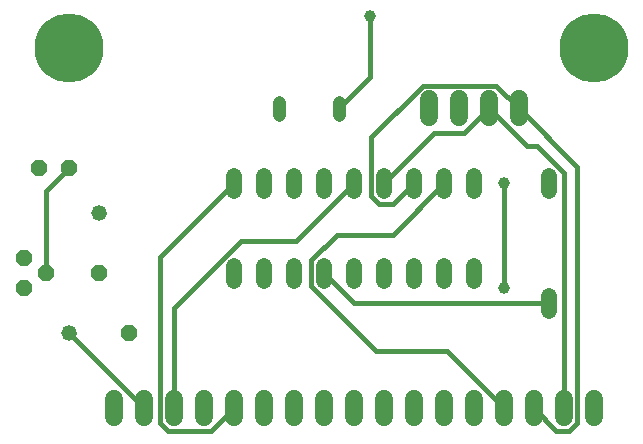
<source format=gbr>
G04 EAGLE Gerber RS-274X export*
G75*
%MOMM*%
%FSLAX34Y34*%
%LPD*%
%INBottom Copper*%
%IPPOS*%
%AMOC8*
5,1,8,0,0,1.08239X$1,22.5*%
G01*
%ADD10P,1.429621X8X22.500000*%
%ADD11P,1.429621X8X292.500000*%
%ADD12C,1.320800*%
%ADD13C,1.320800*%
%ADD14C,1.524000*%
%ADD15C,1.117600*%
%ADD16C,5.842000*%
%ADD17C,0.400000*%
%ADD18C,1.006400*%


D10*
X50800Y241300D03*
X76200Y241300D03*
D11*
X101600Y152400D03*
D12*
X101600Y203200D03*
D10*
X127000Y101600D03*
D12*
X76200Y101600D03*
D13*
X482600Y120396D02*
X482600Y133604D01*
X482600Y221996D02*
X482600Y235204D01*
X215900Y159004D02*
X215900Y145796D01*
X241300Y145796D02*
X241300Y159004D01*
X266700Y159004D02*
X266700Y145796D01*
X292100Y145796D02*
X292100Y159004D01*
X317500Y159004D02*
X317500Y145796D01*
X342900Y145796D02*
X342900Y159004D01*
X368300Y159004D02*
X368300Y145796D01*
X393700Y145796D02*
X393700Y159004D01*
X419100Y159004D02*
X419100Y145796D01*
X419100Y221996D02*
X419100Y235204D01*
X393700Y235204D02*
X393700Y221996D01*
X368300Y221996D02*
X368300Y235204D01*
X342900Y235204D02*
X342900Y221996D01*
X317500Y221996D02*
X317500Y235204D01*
X292100Y235204D02*
X292100Y221996D01*
X266700Y221996D02*
X266700Y235204D01*
X241300Y235204D02*
X241300Y221996D01*
X215900Y221996D02*
X215900Y235204D01*
D11*
X38100Y165100D03*
X57150Y152400D03*
X38100Y139700D03*
D14*
X457200Y284480D02*
X457200Y299720D01*
X431800Y299720D02*
X431800Y284480D01*
X406400Y284480D02*
X406400Y299720D01*
X381000Y299720D02*
X381000Y284480D01*
X520700Y45720D02*
X520700Y30480D01*
X495300Y30480D02*
X495300Y45720D01*
X469900Y45720D02*
X469900Y30480D01*
X444500Y30480D02*
X444500Y45720D01*
X419100Y45720D02*
X419100Y30480D01*
X393700Y30480D02*
X393700Y45720D01*
X368300Y45720D02*
X368300Y30480D01*
X342900Y30480D02*
X342900Y45720D01*
X317500Y45720D02*
X317500Y30480D01*
X292100Y30480D02*
X292100Y45720D01*
X266700Y45720D02*
X266700Y30480D01*
X241300Y30480D02*
X241300Y45720D01*
X215900Y45720D02*
X215900Y30480D01*
X190500Y30480D02*
X190500Y45720D01*
X165100Y45720D02*
X165100Y30480D01*
X139700Y30480D02*
X139700Y45720D01*
X114300Y45720D02*
X114300Y30480D01*
D15*
X304800Y286512D02*
X304800Y297688D01*
X254000Y297688D02*
X254000Y286512D01*
D16*
X76200Y342900D03*
X520700Y342900D03*
D17*
X76200Y241300D02*
X57150Y222250D01*
X57150Y152400D01*
X76200Y101600D02*
X139700Y38100D01*
X331500Y318800D02*
X331500Y370382D01*
X331500Y318800D02*
X304800Y292100D01*
D18*
X331500Y370382D03*
D17*
X292100Y152400D02*
X317500Y127000D01*
X482600Y127000D01*
D18*
X444500Y228600D03*
X444500Y139700D03*
D17*
X444500Y228600D01*
X396240Y86360D02*
X444500Y38100D01*
X396240Y86360D02*
X336540Y86360D01*
X281496Y141404D01*
X281496Y163396D01*
X303297Y185198D01*
X350298Y185198D01*
X393700Y228600D01*
X469900Y38100D02*
X489140Y18860D01*
X500113Y18860D01*
X506920Y25667D01*
X506920Y242380D01*
X457200Y292100D01*
X368300Y228600D02*
X351092Y211392D01*
X338508Y211392D01*
X332296Y217604D01*
X332296Y267449D01*
X376187Y311340D01*
X437960Y311340D01*
X457200Y292100D01*
X385378Y271078D02*
X342900Y228600D01*
X385378Y271078D02*
X410778Y271078D01*
X431800Y292100D01*
X495300Y237501D02*
X495300Y38100D01*
X495300Y237501D02*
X472959Y259842D01*
X464058Y259842D01*
X431800Y292100D01*
X215900Y38100D02*
X196660Y18860D01*
X160287Y18860D01*
X153480Y25667D01*
X153480Y166180D01*
X215900Y228600D01*
X268811Y179911D02*
X317500Y228600D01*
X268811Y179911D02*
X221811Y179911D01*
X165100Y123201D01*
X165100Y38100D01*
M02*

</source>
